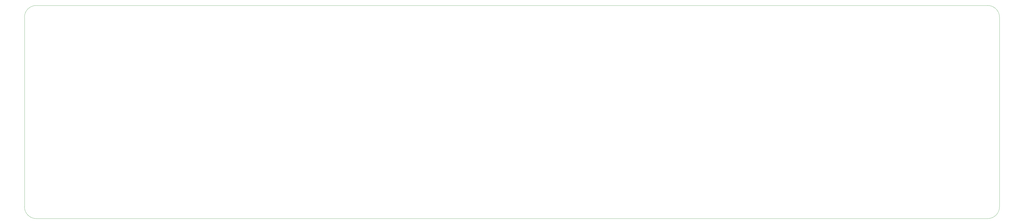
<source format=gbr>
G04 #@! TF.GenerationSoftware,KiCad,Pcbnew,(5.1.12)-1*
G04 #@! TF.CreationDate,2021-12-22T13:58:05-08:00*
G04 #@! TF.ProjectId,logboi,6c6f6762-6f69-42e6-9b69-6361645f7063,rev?*
G04 #@! TF.SameCoordinates,Original*
G04 #@! TF.FileFunction,Profile,NP*
%FSLAX46Y46*%
G04 Gerber Fmt 4.6, Leading zero omitted, Abs format (unit mm)*
G04 Created by KiCad (PCBNEW (5.1.12)-1) date 2021-12-22 13:58:05*
%MOMM*%
%LPD*%
G01*
G04 APERTURE LIST*
G04 #@! TA.AperFunction,Profile*
%ADD10C,0.050000*%
G04 #@! TD*
G04 APERTURE END LIST*
D10*
X22902500Y-101282500D02*
X15758750Y-101282500D01*
X25283750Y-15557500D02*
X396758750Y-15557500D01*
X396758750Y-101282500D02*
X22902500Y-101282500D01*
X401521250Y-20320000D02*
X401521250Y-96520000D01*
X396758750Y-15557500D02*
G75*
G02*
X401521250Y-20320000I0J-4762500D01*
G01*
X401521250Y-96520000D02*
G75*
G02*
X396758750Y-101282500I-4762500J0D01*
G01*
X15758750Y-101282500D02*
G75*
G02*
X10996250Y-96520000I0J4762500D01*
G01*
X10996250Y-20320000D02*
X10996250Y-96520000D01*
X22902500Y-15557500D02*
X15758750Y-15557500D01*
X10996250Y-20320000D02*
G75*
G02*
X15758750Y-15557500I4762500J0D01*
G01*
X22902500Y-15557500D02*
X25283750Y-15557500D01*
M02*

</source>
